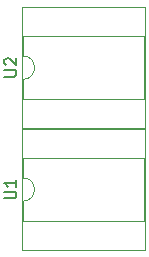
<source format=gbr>
%TF.GenerationSoftware,KiCad,Pcbnew,8.0.4*%
%TF.CreationDate,2024-09-08T19:35:35-03:00*%
%TF.ProjectId,PCBWay-Module_TA6586,50434257-6179-42d4-9d6f-64756c655f54,rev?*%
%TF.SameCoordinates,Original*%
%TF.FileFunction,Legend,Top*%
%TF.FilePolarity,Positive*%
%FSLAX46Y46*%
G04 Gerber Fmt 4.6, Leading zero omitted, Abs format (unit mm)*
G04 Created by KiCad (PCBNEW 8.0.4) date 2024-09-08 19:35:35*
%MOMM*%
%LPD*%
G01*
G04 APERTURE LIST*
%ADD10C,0.150000*%
%ADD11C,0.120000*%
G04 APERTURE END LIST*
D10*
X140104819Y-84171904D02*
X140914342Y-84171904D01*
X140914342Y-84171904D02*
X141009580Y-84124285D01*
X141009580Y-84124285D02*
X141057200Y-84076666D01*
X141057200Y-84076666D02*
X141104819Y-83981428D01*
X141104819Y-83981428D02*
X141104819Y-83790952D01*
X141104819Y-83790952D02*
X141057200Y-83695714D01*
X141057200Y-83695714D02*
X141009580Y-83648095D01*
X141009580Y-83648095D02*
X140914342Y-83600476D01*
X140914342Y-83600476D02*
X140104819Y-83600476D01*
X141104819Y-82600476D02*
X141104819Y-83171904D01*
X141104819Y-82886190D02*
X140104819Y-82886190D01*
X140104819Y-82886190D02*
X140247676Y-82981428D01*
X140247676Y-82981428D02*
X140342914Y-83076666D01*
X140342914Y-83076666D02*
X140390533Y-83171904D01*
X140104819Y-73851904D02*
X140914342Y-73851904D01*
X140914342Y-73851904D02*
X141009580Y-73804285D01*
X141009580Y-73804285D02*
X141057200Y-73756666D01*
X141057200Y-73756666D02*
X141104819Y-73661428D01*
X141104819Y-73661428D02*
X141104819Y-73470952D01*
X141104819Y-73470952D02*
X141057200Y-73375714D01*
X141057200Y-73375714D02*
X141009580Y-73328095D01*
X141009580Y-73328095D02*
X140914342Y-73280476D01*
X140914342Y-73280476D02*
X140104819Y-73280476D01*
X140200057Y-72851904D02*
X140152438Y-72804285D01*
X140152438Y-72804285D02*
X140104819Y-72709047D01*
X140104819Y-72709047D02*
X140104819Y-72470952D01*
X140104819Y-72470952D02*
X140152438Y-72375714D01*
X140152438Y-72375714D02*
X140200057Y-72328095D01*
X140200057Y-72328095D02*
X140295295Y-72280476D01*
X140295295Y-72280476D02*
X140390533Y-72280476D01*
X140390533Y-72280476D02*
X140533390Y-72328095D01*
X140533390Y-72328095D02*
X141104819Y-72899523D01*
X141104819Y-72899523D02*
X141104819Y-72280476D01*
D11*
%TO.C,U1*%
X141590000Y-78270000D02*
X141590000Y-88550000D01*
X141590000Y-88550000D02*
X151990000Y-88550000D01*
X141650000Y-80760000D02*
X141650000Y-82410000D01*
X141650000Y-84410000D02*
X141650000Y-86060000D01*
X141650000Y-86060000D02*
X151930000Y-86060000D01*
X151930000Y-80760000D02*
X141650000Y-80760000D01*
X151930000Y-86060000D02*
X151930000Y-80760000D01*
X151990000Y-78270000D02*
X141590000Y-78270000D01*
X151990000Y-88550000D02*
X151990000Y-78270000D01*
X141650000Y-82410000D02*
G75*
G02*
X141650000Y-84410000I0J-1000000D01*
G01*
%TO.C,U2*%
X141590000Y-67950000D02*
X141590000Y-78230000D01*
X141590000Y-78230000D02*
X151990000Y-78230000D01*
X141650000Y-70440000D02*
X141650000Y-72090000D01*
X141650000Y-74090000D02*
X141650000Y-75740000D01*
X141650000Y-75740000D02*
X151930000Y-75740000D01*
X151930000Y-70440000D02*
X141650000Y-70440000D01*
X151930000Y-75740000D02*
X151930000Y-70440000D01*
X151990000Y-67950000D02*
X141590000Y-67950000D01*
X151990000Y-78230000D02*
X151990000Y-67950000D01*
X141650000Y-72090000D02*
G75*
G02*
X141650000Y-74090000I0J-1000000D01*
G01*
%TD*%
M02*

</source>
